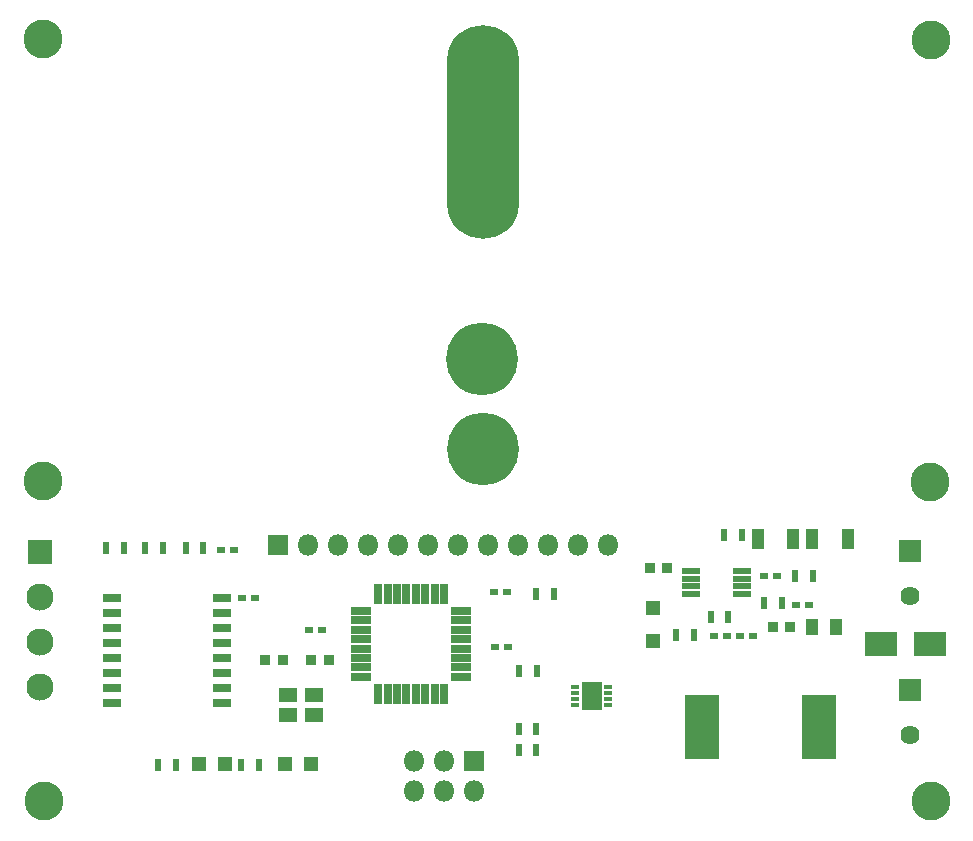
<source format=gbr>
G04 #@! TF.GenerationSoftware,KiCad,Pcbnew,(5.1.5)-3*
G04 #@! TF.CreationDate,2020-07-27T15:31:11+01:00*
G04 #@! TF.ProjectId,diyBMS-CurrentShunt,64697942-4d53-42d4-9375-7272656e7453,rev?*
G04 #@! TF.SameCoordinates,Original*
G04 #@! TF.FileFunction,Soldermask,Top*
G04 #@! TF.FilePolarity,Negative*
%FSLAX46Y46*%
G04 Gerber Fmt 4.6, Leading zero omitted, Abs format (unit mm)*
G04 Created by KiCad (PCBNEW (5.1.5)-3) date 2020-07-27 15:31:11*
%MOMM*%
%LPD*%
G04 APERTURE LIST*
%ADD10O,6.100000X18.100000*%
%ADD11O,6.100000X6.100000*%
%ADD12R,1.300000X1.300000*%
%ADD13C,3.300000*%
%ADD14R,0.700000X0.600000*%
%ADD15C,2.300000*%
%ADD16R,2.100000X2.100000*%
%ADD17R,0.600000X1.000000*%
%ADD18R,1.800000X1.800000*%
%ADD19O,1.800000X1.800000*%
%ADD20R,0.900000X0.850000*%
%ADD21R,1.100000X1.350000*%
%ADD22R,1.100000X1.700000*%
%ADD23R,1.200000X1.200000*%
%ADD24R,2.750000X2.130000*%
%ADD25R,1.550000X0.550000*%
%ADD26R,1.600000X0.700000*%
%ADD27R,1.500000X1.300000*%
%ADD28R,1.700000X0.650000*%
%ADD29R,0.650000X1.700000*%
%ADD30R,0.800000X0.350000*%
%ADD31R,0.930000X1.290000*%
%ADD32C,1.624000*%
%ADD33R,1.900000X1.900000*%
%ADD34R,3.000000X5.500000*%
G04 APERTURE END LIST*
D10*
X108350000Y-43900000D03*
D11*
X108350000Y-70700000D03*
X108300000Y-63100000D03*
D12*
X86550000Y-97415000D03*
X84350000Y-97415000D03*
X93850000Y-97415000D03*
X91650000Y-97415000D03*
D13*
X71100000Y-73450000D03*
X146250000Y-73500000D03*
D14*
X93650000Y-86000000D03*
X94750000Y-86000000D03*
X109400000Y-87450000D03*
X110500000Y-87450000D03*
X86200000Y-79250000D03*
X87300000Y-79250000D03*
X88000000Y-83300000D03*
X89100000Y-83300000D03*
D15*
X70900000Y-90870000D03*
X70900000Y-87060000D03*
X70900000Y-83250000D03*
D16*
X70900000Y-79440000D03*
D17*
X128800000Y-77950000D03*
X130300000Y-77950000D03*
X124750000Y-86450000D03*
X126250000Y-86450000D03*
X127650000Y-84950000D03*
X129150000Y-84950000D03*
X80900000Y-97480000D03*
X82400000Y-97480000D03*
X112850000Y-82950000D03*
X114350000Y-82950000D03*
X111450000Y-89500000D03*
X112950000Y-89500000D03*
X87900000Y-97480000D03*
X89400000Y-97480000D03*
X132200000Y-83740000D03*
X133700000Y-83740000D03*
X134800000Y-81450000D03*
X136300000Y-81450000D03*
X111400000Y-96200000D03*
X112900000Y-96200000D03*
X111400000Y-94450000D03*
X112900000Y-94450000D03*
D18*
X91000000Y-78850000D03*
D19*
X93540000Y-78850000D03*
X96080000Y-78850000D03*
X98620000Y-78850000D03*
X101160000Y-78850000D03*
X103700000Y-78850000D03*
X106240000Y-78850000D03*
X108780000Y-78850000D03*
X111320000Y-78850000D03*
X113860000Y-78850000D03*
X116400000Y-78850000D03*
X118940000Y-78850000D03*
D14*
X134850000Y-83950000D03*
X135950000Y-83950000D03*
D20*
X134400000Y-85800000D03*
X132900000Y-85800000D03*
D14*
X127900000Y-86500000D03*
X129000000Y-86500000D03*
X130150000Y-86500000D03*
X131250000Y-86500000D03*
X109350000Y-82800000D03*
X110450000Y-82800000D03*
D20*
X95350000Y-88550000D03*
X93850000Y-88550000D03*
X124000000Y-80800000D03*
X122500000Y-80800000D03*
D14*
X132150000Y-81450000D03*
X133250000Y-81450000D03*
D21*
X136250000Y-85750000D03*
X138250000Y-85750000D03*
D20*
X91450000Y-88550000D03*
X89950000Y-88550000D03*
D22*
X136250000Y-78300000D03*
X139250000Y-78300000D03*
D13*
X146300000Y-100500000D03*
X71200000Y-100550000D03*
X146300000Y-36050000D03*
X71150000Y-36000000D03*
D23*
X122800000Y-84150000D03*
X122800000Y-86950000D03*
D24*
X146240000Y-87200000D03*
X142060000Y-87200000D03*
D25*
X125950000Y-81025000D03*
X125950000Y-81675000D03*
X125950000Y-82325000D03*
X125950000Y-82975000D03*
X130350000Y-82975000D03*
X130350000Y-82325000D03*
X130350000Y-81675000D03*
X130350000Y-81025000D03*
D26*
X86250000Y-92195000D03*
X86250000Y-90925000D03*
X86250000Y-89655000D03*
X86250000Y-88385000D03*
X86250000Y-87115000D03*
X86250000Y-85845000D03*
X86250000Y-84575000D03*
X86250000Y-83305000D03*
X76950000Y-83305000D03*
X76950000Y-84575000D03*
X76950000Y-85845000D03*
X76950000Y-87115000D03*
X76950000Y-88385000D03*
X76950000Y-89655000D03*
X76950000Y-90925000D03*
X76950000Y-92195000D03*
D18*
X107600000Y-97100000D03*
D19*
X107600000Y-99640000D03*
X105060000Y-97100000D03*
X105060000Y-99640000D03*
X102520000Y-97100000D03*
X102520000Y-99640000D03*
D27*
X91900000Y-93200000D03*
X94100000Y-93200000D03*
X94100000Y-91500000D03*
X91900000Y-91500000D03*
D28*
X98050000Y-84400000D03*
X98050000Y-85200000D03*
X98050000Y-86000000D03*
X98050000Y-86800000D03*
X98050000Y-87600000D03*
X98050000Y-88400000D03*
X98050000Y-89200000D03*
X98050000Y-90000000D03*
D29*
X99500000Y-91450000D03*
X100300000Y-91450000D03*
X101100000Y-91450000D03*
X101900000Y-91450000D03*
X102700000Y-91450000D03*
X103500000Y-91450000D03*
X104300000Y-91450000D03*
X105100000Y-91450000D03*
D28*
X106550000Y-90000000D03*
X106550000Y-89200000D03*
X106550000Y-88400000D03*
X106550000Y-87600000D03*
X106550000Y-86800000D03*
X106550000Y-86000000D03*
X106550000Y-85200000D03*
X106550000Y-84400000D03*
D29*
X105100000Y-82950000D03*
X104300000Y-82950000D03*
X103500000Y-82950000D03*
X102700000Y-82950000D03*
X101900000Y-82950000D03*
X101100000Y-82950000D03*
X100300000Y-82950000D03*
X99500000Y-82950000D03*
D17*
X76450000Y-79100000D03*
X77950000Y-79100000D03*
X83200000Y-79100000D03*
X84700000Y-79100000D03*
X79800000Y-79100000D03*
X81300000Y-79100000D03*
D22*
X131650000Y-78290000D03*
X134650000Y-78290000D03*
D30*
X116205000Y-90885000D03*
X116205000Y-91385000D03*
X116205000Y-91885000D03*
X116205000Y-92385000D03*
X119005000Y-92385000D03*
X119005000Y-91885000D03*
X119005000Y-91385000D03*
X119005000Y-90885000D03*
D31*
X118020000Y-92230000D03*
X118020000Y-91040000D03*
X117190000Y-92230000D03*
X117190000Y-91040000D03*
D32*
X144500000Y-94900000D03*
D33*
X144500000Y-91100000D03*
D34*
X126950000Y-94250000D03*
X136850000Y-94250000D03*
D32*
X144550000Y-83150000D03*
D33*
X144550000Y-79350000D03*
M02*

</source>
